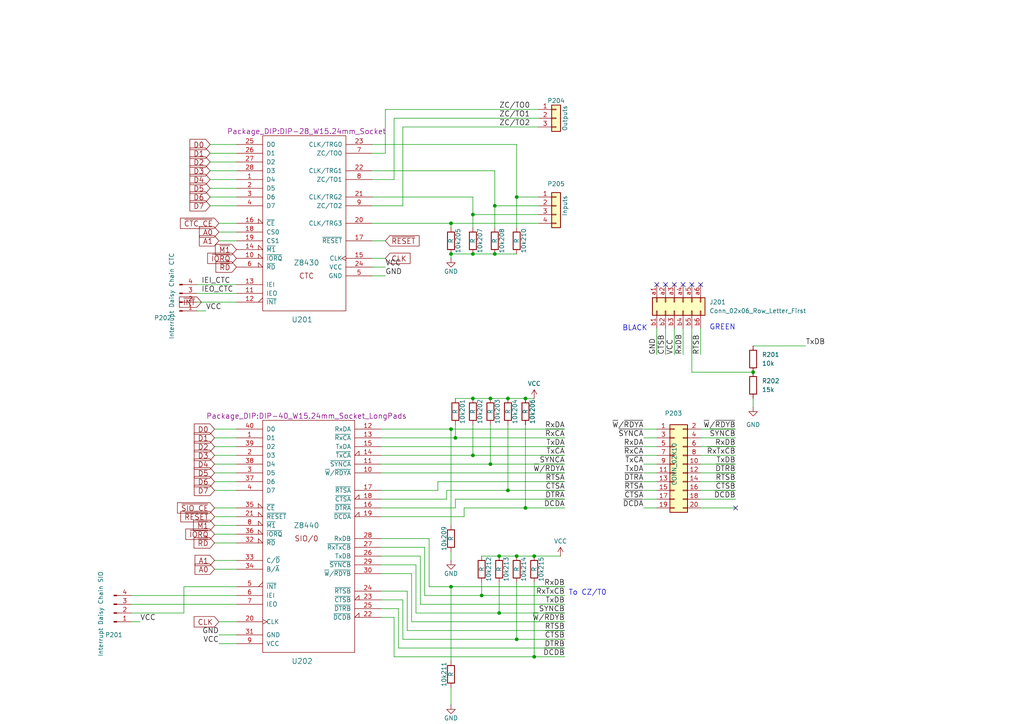
<source format=kicad_sch>
(kicad_sch (version 20250114) (generator "eeschema") (generator_version "9.0")
  (paper "A4")
  (lib_symbols
    (symbol "CONN_01X03_1" (pin_names (offset 1.016) (hide yes))
      (property "Reference" "P" (at 0 5.08 0))
      (property "Value" "CONN_01X03" (at 2.54 0 90))
      (symbol "CONN_01X03_1_1_1"
        (pin passive line (at -5.08 2.54 0) (length 3.81) (name "P1") (number "1"))
        (pin passive line (at -5.08 0 0) (length 3.81) (name "P2") (number "2"))
        (pin passive line (at -5.08 -2.54 0) (length 3.81) (name "P3") (number "3"))
      )
    )
    (symbol "CONN_01X04_1" (pin_names (offset 1.016) (hide yes))
      (property "Reference" "P" (at 0 6.35 0))
      (property "Value" "CONN_01X04" (at 2.54 0 90))
      (symbol "CONN_01X04_1_1_1"
        (pin passive line (at -5.08 3.81 0) (length 3.81) (name "P1") (number "1"))
        (pin passive line (at -5.08 1.27 0) (length 3.81) (name "P2") (number "2"))
        (pin passive line (at -5.08 -1.27 0) (length 3.81) (name "P3") (number "3"))
        (pin passive line (at -5.08 -3.81 0) (length 3.81) (name "P4") (number "4"))
      )
    )
    (symbol "CONN_01X04_2" (pin_names (offset 1.016) (hide yes))
      (property "Reference" "P" (at 0 6.35 0))
      (property "Value" "CONN_01X04" (at 2.54 0 90))
      (symbol "CONN_01X04_2_1_1"
        (pin passive line (at -5.08 3.81 0) (length 3.81) (name "P1") (number "1"))
        (pin passive line (at -5.08 1.27 0) (length 3.81) (name "P2") (number "2"))
        (pin passive line (at -5.08 -1.27 0) (length 3.81) (name "P3") (number "3"))
        (pin passive line (at -5.08 -3.81 0) (length 3.81) (name "P4") (number "4"))
      )
    )
    (symbol "CONN_01X04_3" (pin_names (offset 1.016) (hide yes))
      (property "Reference" "P" (at 0 6.35 0))
      (property "Value" "CONN_01X04" (at 2.54 0 90))
      (symbol "CONN_01X04_3_1_1"
        (pin passive line (at -5.08 3.81 0) (length 3.81) (name "P1") (number "1"))
        (pin passive line (at -5.08 1.27 0) (length 3.81) (name "P2") (number "2"))
        (pin passive line (at -5.08 -1.27 0) (length 3.81) (name "P3") (number "3"))
        (pin passive line (at -5.08 -3.81 0) (length 3.81) (name "P4") (number "4"))
      )
    )
    (symbol "CONN_02X10_1" (pin_names (offset 0.0254) (hide yes))
      (property "Reference" "P" (at 0 13.97 0))
      (property "Value" "CONN_02X10" (at 0 0 90))
      (symbol "CONN_02X10_1_1_1"
        (pin passive line (at -6.35 11.43 0) (length 3.81) (name "P1") (number "1"))
        (pin passive line (at -6.35 8.89 0) (length 3.81) (name "P3") (number "3"))
        (pin passive line (at -6.35 6.35 0) (length 3.81) (name "P5") (number "5"))
        (pin passive line (at -6.35 3.81 0) (length 3.81) (name "P7") (number "7"))
        (pin passive line (at -6.35 1.27 0) (length 3.81) (name "P9") (number "9"))
        (pin passive line (at -6.35 -1.27 0) (length 3.81) (name "P11") (number "11"))
        (pin passive line (at -6.35 -3.81 0) (length 3.81) (name "P13") (number "13"))
        (pin passive line (at -6.35 -6.35 0) (length 3.81) (name "P15") (number "15"))
        (pin passive line (at -6.35 -8.89 0) (length 3.81) (name "P17") (number "17"))
        (pin passive line (at -6.35 -11.43 0) (length 3.81) (name "P19") (number "19"))
        (pin passive line (at 6.35 11.43 180) (length 3.81) (name "P2") (number "2"))
        (pin passive line (at 6.35 8.89 180) (length 3.81) (name "P4") (number "4"))
        (pin passive line (at 6.35 6.35 180) (length 3.81) (name "P6") (number "6"))
        (pin passive line (at 6.35 3.81 180) (length 3.81) (name "P8") (number "8"))
        (pin passive line (at 6.35 1.27 180) (length 3.81) (name "P10") (number "10"))
        (pin passive line (at 6.35 -1.27 180) (length 3.81) (name "P12") (number "12"))
        (pin passive line (at 6.35 -3.81 180) (length 3.81) (name "P14") (number "14"))
        (pin passive line (at 6.35 -6.35 180) (length 3.81) (name "P16") (number "16"))
        (pin passive line (at 6.35 -8.89 180) (length 3.81) (name "P18") (number "18"))
        (pin passive line (at 6.35 -11.43 180) (length 3.81) (name "P20") (number "20"))
      )
    )
    (symbol "Connector:Conn_01x04_Pin" (pin_names (offset 1.016) (hide yes))
      (property "Reference" "J" (at 0 5.08 0))
      (property "Value" "Conn_01x04_Pin" (at 0 -7.62 0))
      (symbol "Conn_01x04_Pin_1_1"
        (pin passive line (at 5.08 2.54 180) (length 3.81) (name "Pin_1") (number "1"))
        (pin passive line (at 5.08 0 180) (length 3.81) (name "Pin_2") (number "2"))
        (pin passive line (at 5.08 -2.54 180) (length 3.81) (name "Pin_3") (number "3"))
        (pin passive line (at 5.08 -5.08 180) (length 3.81) (name "Pin_4") (number "4"))
      )
    )
    (symbol "Connector_Generic:Conn_01x03" (pin_names (offset 1.016) (hide yes))
      (property "Reference" "J" (at 0 5.08 0))
      (property "Value" "Conn_01x03" (at 0 -5.08 0))
      (symbol "Conn_01x03_1_1"
        (pin passive line (at -5.08 2.54 0) (length 3.81) (name "Pin_1") (number "1"))
        (pin passive line (at -5.08 0 0) (length 3.81) (name "Pin_2") (number "2"))
        (pin passive line (at -5.08 -2.54 0) (length 3.81) (name "Pin_3") (number "3"))
      )
    )
    (symbol "Connector_Generic:Conn_01x04" (pin_names (offset 1.016) (hide yes))
      (property "Reference" "J" (at 0 5.08 0))
      (property "Value" "Conn_01x04" (at 0 -7.62 0))
      (symbol "Conn_01x04_1_1"
        (pin passive line (at -5.08 2.54 0) (length 3.81) (name "Pin_1") (number "1"))
        (pin passive line (at -5.08 0 0) (length 3.81) (name "Pin_2") (number "2"))
        (pin passive line (at -5.08 -2.54 0) (length 3.81) (name "Pin_3") (number "3"))
        (pin passive line (at -5.08 -5.08 0) (length 3.81) (name "Pin_4") (number "4"))
      )
    )
    (symbol "Connector_Generic:Conn_02x06_Row_Letter_First" (pin_names (offset 1.016) (hide yes))
      (property "Reference" "J" (at 1.27 7.62 0))
      (property "Value" "Conn_02x06_Row_Letter_First" (at 1.27 -10.16 0))
      (symbol "Conn_02x06_Row_Letter_First_1_1"
        (pin passive line (at -5.08 5.08 0) (length 3.81) (name "Pin_a1") (number "a1"))
        (pin passive line (at -5.08 2.54 0) (length 3.81) (name "Pin_a2") (number "a2"))
        (pin passive line (at -5.08 0 0) (length 3.81) (name "Pin_a3") (number "a3"))
        (pin passive line (at -5.08 -2.54 0) (length 3.81) (name "Pin_a4") (number "a4"))
        (pin passive line (at -5.08 -5.08 0) (length 3.81) (name "Pin_a5") (number "a5"))
        (pin passive line (at -5.08 -7.62 0) (length 3.81) (name "Pin_a6") (number "a6"))
        (pin passive line (at 7.62 5.08 180) (length 3.81) (name "Pin_b1") (number "b1"))
        (pin passive line (at 7.62 2.54 180) (length 3.81) (name "Pin_b2") (number "b2"))
        (pin passive line (at 7.62 0 180) (length 3.81) (name "Pin_b3") (number "b3"))
        (pin passive line (at 7.62 -2.54 180) (length 3.81) (name "Pin_b4") (number "b4"))
        (pin passive line (at 7.62 -5.08 180) (length 3.81) (name "Pin_b5") (number "b5"))
        (pin passive line (at 7.62 -7.62 180) (length 3.81) (name "Pin_b6") (number "b6"))
      )
    )
    (symbol "Connector_Generic:Conn_02x10_Odd_Even" (pin_names (offset 1.016) (hide yes))
      (property "Reference" "J" (at 1.27 12.7 0))
      (property "Value" "Conn_02x10_Odd_Even" (at 1.27 -15.24 0))
      (symbol "Conn_02x10_Odd_Even_1_1"
        (pin passive line (at -5.08 10.16 0) (length 3.81) (name "Pin_1") (number "1"))
        (pin passive line (at -5.08 7.62 0) (length 3.81) (name "Pin_3") (number "3"))
        (pin passive line (at -5.08 5.08 0) (length 3.81) (name "Pin_5") (number "5"))
        (pin passive line (at -5.08 2.54 0) (length 3.81) (name "Pin_7") (number "7"))
        (pin passive line (at -5.08 0 0) (length 3.81) (name "Pin_9") (number "9"))
        (pin passive line (at -5.08 -2.54 0) (length 3.81) (name "Pin_11") (number "11"))
        (pin passive line (at -5.08 -5.08 0) (length 3.81) (name "Pin_13") (number "13"))
        (pin passive line (at -5.08 -7.62 0) (length 3.81) (name "Pin_15") (number "15"))
        (pin passive line (at -5.08 -10.16 0) (length 3.81) (name "Pin_17") (number "17"))
        (pin passive line (at -5.08 -12.7 0) (length 3.81) (name "Pin_19") (number "19"))
        (pin passive line (at 7.62 10.16 180) (length 3.81) (name "Pin_2") (number "2"))
        (pin passive line (at 7.62 7.62 180) (length 3.81) (name "Pin_4") (number "4"))
        (pin passive line (at 7.62 5.08 180) (length 3.81) (name "Pin_6") (number "6"))
        (pin passive line (at 7.62 2.54 180) (length 3.81) (name "Pin_8") (number "8"))
        (pin passive line (at 7.62 0 180) (length 3.81) (name "Pin_10") (number "10"))
        (pin passive line (at 7.62 -2.54 180) (length 3.81) (name "Pin_12") (number "12"))
        (pin passive line (at 7.62 -5.08 180) (length 3.81) (name "Pin_14") (number "14"))
        (pin passive line (at 7.62 -7.62 180) (length 3.81) (name "Pin_16") (number "16"))
        (pin passive line (at 7.62 -10.16 180) (length 3.81) (name "Pin_18") (number "18"))
        (pin passive line (at 7.62 -12.7 180) (length 3.81) (name "Pin_20") (number "20"))
      )
    )
    (symbol "Device:R" (pin_numbers (hide yes)) (pin_names (offset 0))
      (property "Reference" "R" (at 2.032 0 90))
      (property "Value" "R" (at 0 0 90))
      (symbol "R_1_1"
        (pin passive line (at 0 3.81 270) (length 1.27) (name "~") (number "1"))
        (pin passive line (at 0 -3.81 90) (length 1.27) (name "~") (number "2"))
      )
    )
    (symbol "GND_1" (power) (pin_names (offset 0))
      (property "Value" "GND" (at 0 -3.81 0))
      (symbol "GND_1_1_1"
        (pin power_in line (at 0 0 270) (length 0) (hide yes) (name "GND") (number "1"))
      )
    )
    (symbol "GND_2" (power) (pin_names (offset 0))
      (property "Value" "GND" (at 0 -3.81 0))
      (symbol "GND_2_1_1"
        (pin power_in line (at 0 0 270) (length 0) (hide yes) (name "GND") (number "1"))
      )
    )
    (symbol "R_1" (pin_numbers (hide yes)) (pin_names (offset 0))
      (property "Reference" "R" (at 2.032 0 90))
      (property "Value" "R" (at 0 0 90))
      (symbol "R_1_1_1"
        (pin passive line (at 0 3.81 270) (length 1.27) (name "~") (number "1"))
        (pin passive line (at 0 -3.81 90) (length 1.27) (name "~") (number "2"))
      )
    )
    (symbol "R_10" (pin_numbers (hide yes)) (pin_names (offset 0))
      (property "Reference" "R" (at 2.032 0 90))
      (property "Value" "R" (at 0 0 90))
      (symbol "R_10_1_1"
        (pin passive line (at 0 3.81 270) (length 1.27) (name "~") (number "1"))
        (pin passive line (at 0 -3.81 90) (length 1.27) (name "~") (number "2"))
      )
    )
    (symbol "R_2" (pin_numbers (hide yes)) (pin_names (offset 0))
      (property "Reference" "R" (at 2.032 0 90))
      (property "Value" "R" (at 0 0 90))
      (symbol "R_2_1_1"
        (pin passive line (at 0 3.81 270) (length 1.27) (name "~") (number "1"))
        (pin passive line (at 0 -3.81 90) (length 1.27) (name "~") (number "2"))
      )
    )
    (symbol "R_3" (pin_numbers (hide yes)) (pin_names (offset 0))
      (property "Reference" "R" (at 2.032 0 90))
      (property "Value" "R" (at 0 0 90))
      (symbol "R_3_1_1"
        (pin passive line (at 0 3.81 270) (length 1.27) (name "~") (number "1"))
        (pin passive line (at 0 -3.81 90) (length 1.27) (name "~") (number "2"))
      )
    )
    (symbol "R_4" (pin_numbers (hide yes)) (pin_names (offset 0))
      (property "Reference" "R" (at 2.032 0 90))
      (property "Value" "R" (at 0 0 90))
      (symbol "R_4_1_1"
        (pin passive line (at 0 3.81 270) (length 1.27) (name "~") (number "1"))
        (pin passive line (at 0 -3.81 90) (length 1.27) (name "~") (number "2"))
      )
    )
    (symbol "R_5" (pin_numbers (hide yes)) (pin_names (offset 0))
      (property "Reference" "R" (at 2.032 0 90))
      (property "Value" "R" (at 0 0 90))
      (symbol "R_5_1_1"
        (pin passive line (at 0 3.81 270) (length 1.27) (name "~") (number "1"))
        (pin passive line (at 0 -3.81 90) (length 1.27) (name "~") (number "2"))
      )
    )
    (symbol "R_6" (pin_numbers (hide yes)) (pin_names (offset 0))
      (property "Reference" "R" (at 2.032 0 90))
      (property "Value" "R" (at 0 0 90))
      (symbol "R_6_1_1"
        (pin passive line (at 0 3.81 270) (length 1.27) (name "~") (number "1"))
        (pin passive line (at 0 -3.81 90) (length 1.27) (name "~") (number "2"))
      )
    )
    (symbol "R_7" (pin_numbers (hide yes)) (pin_names (offset 0))
      (property "Reference" "R" (at 2.032 0 90))
      (property "Value" "R" (at 0 0 90))
      (symbol "R_7_1_1"
        (pin passive line (at 0 3.81 270) (length 1.27) (name "~") (number "1"))
        (pin passive line (at 0 -3.81 90) (length 1.27) (name "~") (number "2"))
      )
    )
    (symbol "R_8" (pin_numbers (hide yes)) (pin_names (offset 0))
      (property "Reference" "R" (at 2.032 0 90))
      (property "Value" "R" (at 0 0 90))
      (symbol "R_8_1_1"
        (pin passive line (at 0 3.81 270) (length 1.27) (name "~") (number "1"))
        (pin passive line (at 0 -3.81 90) (length 1.27) (name "~") (number "2"))
      )
    )
    (symbol "R_9" (pin_numbers (hide yes)) (pin_names (offset 0))
      (property "Reference" "R" (at 2.032 0 90))
      (property "Value" "R" (at 0 0 90))
      (symbol "R_9_1_1"
        (pin passive line (at 0 3.81 270) (length 1.27) (name "~") (number "1"))
        (pin passive line (at 0 -3.81 90) (length 1.27) (name "~") (number "2"))
      )
    )
    (symbol "VCC_1" (power) (pin_names (offset 0))
      (property "Value" "VCC" (at 0 3.81 0))
      (symbol "VCC_1_1_1"
        (pin power_in line (at 0 0 90) (length 0) (hide yes) (name "VCC") (number "1"))
      )
    )
    (symbol "Z8430_1" (pin_names (offset 1.016))
      (property "Reference" "U" (at -1.27 -20.32 0))
      (property "Value" "Z8430" (at 0 -3.81 0))
      (property "Footprint" "DIP-28__600_ELL" (at 0 34.29 0))
      (symbol "Z8430_1_0_0"
        (text "CTC" (at 0 -7.62 0) (effects (font (size 1.524 1.524))))
      )
      (symbol "Z8430_1_1_1"
        (pin bidirectional line (at -20.32 30.48 0) (length 7.62) (name "D0") (number "25"))
        (pin bidirectional line (at -20.32 27.94 0) (length 7.62) (name "D1") (number "26"))
        (pin bidirectional line (at -20.32 25.4 0) (length 7.62) (name "D2") (number "27"))
        (pin bidirectional line (at -20.32 22.86 0) (length 7.62) (name "D3") (number "28"))
        (pin bidirectional line (at -20.32 20.32 0) (length 7.62) (name "D4") (number "1"))
        (pin bidirectional line (at -20.32 17.78 0) (length 7.62) (name "D5") (number "2"))
        (pin bidirectional line (at -20.32 15.24 0) (length 7.62) (name "D6") (number "3"))
        (pin bidirectional line (at -20.32 12.7 0) (length 7.62) (name "D7") (number "4"))
        (pin input input_low (at -20.32 7.62 0) (length 7.62) (name "~{CE}") (number "16"))
        (pin input line (at -20.32 5.08 0) (length 7.62) (name "CS0") (number "18"))
        (pin input line (at -20.32 2.54 0) (length 7.62) (name "CS1") (number "19"))
        (pin input input_low (at -20.32 0 0) (length 7.62) (name "~{M1}") (number "14"))
        (pin input input_low (at -20.32 -2.54 0) (length 7.62) (name "~{IORQ}") (number "10"))
        (pin input input_low (at -20.32 -5.08 0) (length 7.62) (name "~{RD}") (number "6"))
        (pin input line (at -20.32 -10.16 0) (length 7.62) (name "IEI") (number "13"))
        (pin output line (at -20.32 -12.7 0) (length 7.62) (name "IEO") (number "11"))
        (pin output output_low (at -20.32 -15.24 0) (length 7.62) (name "~{INT}") (number "12"))
        (pin input line (at 19.05 30.48 180) (length 7.62) (name "CLK/TRG0") (number "23"))
        (pin output line (at 19.05 27.94 180) (length 7.62) (name "ZC/TO0") (number "7"))
        (pin input line (at 19.05 22.86 180) (length 7.62) (name "CLK/TRG1") (number "22"))
        (pin output line (at 19.05 20.32 180) (length 7.62) (name "ZC/TO1") (number "8"))
        (pin input line (at 19.05 15.24 180) (length 7.62) (name "CLK/TRG2") (number "21"))
        (pin output line (at 19.05 12.7 180) (length 7.62) (name "ZC/TO2") (number "9"))
        (pin input line (at 19.05 7.62 180) (length 7.62) (name "CLK/TRG3") (number "20"))
        (pin input line (at 19.05 2.54 180) (length 7.62) (name "~{RESET}") (number "17"))
        (pin input clock (at 19.05 -2.54 180) (length 7.62) (name "CLK") (number "15"))
        (pin power_in line (at 19.05 -5.08 180) (length 7.62) (name "VCC") (number "24"))
        (pin power_in line (at 19.05 -7.62 180) (length 7.62) (name "GND") (number "5"))
      )
    )
    (symbol "Z8440_1" (pin_names (offset 1.016))
      (property "Reference" "U" (at -1.27 -36.83 0))
      (property "Value" "Z8440" (at 0 2.54 0))
      (property "Footprint" "DIP-40__600_ELL" (at 0 34.29 0))
      (symbol "Z8440_1_0_0"
        (text "SIO/0" (at 0 -1.27 0) (effects (font (size 1.524 1.524))))
      )
      (symbol "Z8440_1_1_1"
        (pin bidirectional line (at -20.32 30.48 0) (length 7.62) (name "D0") (number "40"))
        (pin bidirectional line (at -20.32 27.94 0) (length 7.62) (name "D1") (number "1"))
        (pin bidirectional line (at -20.32 25.4 0) (length 7.62) (name "D2") (number "39"))
        (pin bidirectional line (at -20.32 22.86 0) (length 7.62) (name "D3") (number "2"))
        (pin bidirectional line (at -20.32 20.32 0) (length 7.62) (name "D4") (number "38"))
        (pin bidirectional line (at -20.32 17.78 0) (length 7.62) (name "D5") (number "3"))
        (pin bidirectional line (at -20.32 15.24 0) (length 7.62) (name "D6") (number "37"))
        (pin bidirectional line (at -20.32 12.7 0) (length 7.62) (name "D7") (number "4"))
        (pin input input_low (at -20.32 7.62 0) (length 7.62) (name "~{CE}") (number "35"))
        (pin input input_low (at -20.32 5.08 0) (length 7.62) (name "~{RESET}") (number "21"))
        (pin input input_low (at -20.32 2.54 0) (length 7.62) (name "~{M1}") (number "8"))
        (pin input input_low (at -20.32 0 0) (length 7.62) (name "~{IORQ}") (number "36"))
        (pin input input_low (at -20.32 -2.54 0) (length 7.62) (name "~{RD}") (number "32"))
        (pin input line (at -20.32 -7.62 0) (length 7.62) (name "C/~{D}") (number "33"))
        (pin input line (at -20.32 -10.16 0) (length 7.62) (name "B/~{A}") (number "34"))
        (pin output output_low (at -20.32 -15.24 0) (length 7.62) (name "~{INT}") (number "5"))
        (pin input line (at -20.32 -17.78 0) (length 7.62) (name "IEI") (number "6"))
        (pin output line (at -20.32 -20.32 0) (length 7.62) (name "IEO") (number "7"))
        (pin input clock (at -20.32 -25.4 0) (length 7.62) (name "CLK") (number "20"))
        (pin power_in line (at -20.32 -29.21 0) (length 7.62) (name "GND") (number "31"))
        (pin power_in line (at -20.32 -31.75 0) (length 7.62) (name "VCC") (number "9"))
        (pin input line (at 21.59 30.48 180) (length 7.62) (name "RxDA") (number "12"))
        (pin input line (at 21.59 27.94 180) (length 7.62) (name "~{RxCA}") (number "13"))
        (pin output line (at 21.59 25.4 180) (length 7.62) (name "TxDA") (number "15"))
        (pin input input_low (at 21.59 22.86 180) (length 7.62) (name "~{TxCA}") (number "14"))
        (pin bidirectional line (at 21.59 20.32 180) (length 7.62) (name "~{SYNCA}") (number "11"))
        (pin output line (at 21.59 17.78 180) (length 7.62) (name "~{W}/~{RDYA}") (number "10"))
        (pin output line (at 21.59 12.7 180) (length 7.62) (name "~{RTSA}") (number "17"))
        (pin input input_low (at 21.59 10.16 180) (length 7.62) (name "~{CTSA}") (number "18"))
        (pin output line (at 21.59 7.62 180) (length 7.62) (name "~{DTRA}") (number "16"))
        (pin input input_low (at 21.59 5.08 180) (length 7.62) (name "~{DCDA}") (number "19"))
        (pin input line (at 21.59 -1.27 180) (length 7.62) (name "RxDB") (number "28"))
        (pin input line (at 21.59 -3.81 180) (length 7.62) (name "~{RxTxCB}") (number "27"))
        (pin output line (at 21.59 -6.35 180) (length 7.62) (name "TxDB") (number "26"))
        (pin bidirectional line (at 21.59 -8.89 180) (length 7.62) (name "~{SYNCB}") (number "29"))
        (pin output line (at 21.59 -11.43 180) (length 7.62) (name "~{W}/~{RDYB}") (number "30"))
        (pin output line (at 21.59 -16.51 180) (length 7.62) (name "~{RTSB}") (number "24"))
        (pin input input_low (at 21.59 -19.05 180) (length 7.62) (name "~{CTSB}") (number "23"))
        (pin output line (at 21.59 -21.59 180) (length 7.62) (name "~{DTRB}") (number "25"))
        (pin input input_low (at 21.59 -24.13 180) (length 7.62) (name "~{DCDB}") (number "22"))
      )
    )
    (symbol "power:GND" (power) (pin_numbers (hide yes)) (pin_names (offset 0) (hide yes))
      (property "Value" "GND" (at 0 -3.81 0))
      (symbol "GND_1_1"
        (pin power_in line (at 0 0 270) (length 0) (name "~") (number "1"))
      )
    )
    (symbol "power:VCC" (power) (pin_numbers (hide yes)) (pin_names (offset 0) (hide yes))
      (property "Value" "VCC" (at 0 3.556 0))
      (symbol "VCC_1_1"
        (pin power_in line (at 0 0 90) (length 0) (name "~") (number "1"))
      )
    )
    (symbol "z80-ownSymbols:Z8430" (pin_names (offset 1.016))
      (property "Reference" "U" (at -1.27 -20.32 0))
      (property "Value" "Z8430" (at 0 -3.81 0))
      (property "Footprint" "DIP-28__600_ELL" (at 0 34.29 0))
      (symbol "Z8430_0_0"
        (text "CTC" (at 0 -7.62 0) (effects (font (size 1.524 1.524))))
      )
      (symbol "Z8430_1_1"
        (pin bidirectional line (at -20.32 30.48 0) (length 7.62) (name "D0") (number "25"))
        (pin bidirectional line (at -20.32 27.94 0) (length 7.62) (name "D1") (number "26"))
        (pin bidirectional line (at -20.32 25.4 0) (length 7.62) (name "D2") (number "27"))
        (pin bidirectional line (at -20.32 22.86 0) (length 7.62) (name "D3") (number "28"))
        (pin bidirectional line (at -20.32 20.32 0) (length 7.62) (name "D4") (number "1"))
        (pin bidirectional line (at -20.32 17.78 0) (length 7.62) (name "D5") (number "2"))
        (pin bidirectional line (at -20.32 15.24 0) (length 7.62) (name "D6") (number "3"))
        (pin bidirectional line (at -20.32 12.7 0) (length 7.62) (name "D7") (number "4"))
        (pin input input_low (at -20.32 7.62 0) (length 7.62) (name "~{CE}") (number "16"))
        (pin input line (at -20.32 5.08 0) (length 7.62) (name "CS0") (number "18"))
        (pin input line (at -20.32 2.54 0) (length 7.62) (name "CS1") (number "19"))
        (pin input input_low (at -20.32 0 0) (length 7.62) (name "~{M1}") (number "14"))
        (pin input input_low (at -20.32 -2.54 0) (length 7.62) (name "~{IORQ}") (number "10"))
        (pin input input_low (at -20.32 -5.08 0) (length 7.62) (name "~{RD}") (number "6"))
        (pin input line (at -20.32 -10.16 0) (length 7.62) (name "IEI") (number "13"))
        (pin output line (at -20.32 -12.7 0) (length 7.62) (name "IEO") (number "11"))
        (pin open_collector output_low (at -20.32 -15.24 0) (length 7.62) (name "~{INT}") (number "12"))
        (pin input line (at 19.05 30.48 180) (length 7.62) (name "CLK/TRG0") (number "23"))
        (pin output line (at 19.05 27.94 180) (length 7.62) (name "ZC/TO0") (number "7"))
        (pin input line (at 19.05 22.86 180) (length 7.62) (name "CLK/TRG1") (number "22"))
        (pin output line (at 19.05 20.32 180) (length 7.62) (name "ZC/TO1") (number "8"))
        (pin input line (at 19.05 15.24 180) (length 7.62) (name "CLK/TRG2") (number "21"))
        (pin output line (at 19.05 12.7 180) (length 7.62) (name "ZC/TO2") (number "9"))
        (pin input line (at 19.05 7.62 180) (length 7.62) (name "CLK/TRG3") (number "20"))
        (pin input line (at 19.05 2.54 180) (length 7.62) (name "~{RESET}") (number "17"))
        (pin input clock (at 19.05 -2.54 180) (length 7.62) (name "CLK") (number "15"))
        (pin power_in line (at 19.05 -5.08 180) (length 7.62) (name "VCC") (number "24"))
        (pin power_in line (at 19.05 -7.62 180) (length 7.62) (name "GND") (number "5"))
      )
    )
    (symbol "z80-ownSymbols:Z8440" (pin_names (offset 1.016))
      (property "Reference" "U" (at -1.27 -36.83 0))
      (property "Value" "Z8440" (at 0 2.54 0))
      (property "Footprint" "DIP-40__600_ELL" (at 0 34.29 0))
      (symbol "Z8440_0_0"
        (text "SIO/0" (at 0 -1.27 0) (effects (font (size 1.524 1.524))))
      )
      (symbol "Z8440_1_1"
        (pin bidirectional line (at -20.32 30.48 0) (length 7.62) (name "D0") (number "40"))
        (pin bidirectional line (at -20.32 27.94 0) (length 7.62) (name "D1") (number "1"))
        (pin bidirectional line (at -20.32 25.4 0) (length 7.62) (name "D2") (number "39"))
        (pin bidirectional line (at -20.32 22.86 0) (length 7.62) (name "D3") (number "2"))
        (pin bidirectional line (at -20.32 20.32 0) (length 7.62) (name "D4") (number "38"))
        (pin bidirectional line (at -20.32 17.78 0) (length 7.62) (name "D5") (number "3"))
        (pin bidirectional line (at -20.32 15.24 0) (length 7.62) (name "D6") (number "37"))
        (pin bidirectional line (at -20.32 12.7 0) (length 7.62) (name "D7") (number "4"))
        (pin input input_low (at -20.32 7.62 0) (length 7.62) (name "~{CE}") (number "35"))
        (pin input input_low (at -20.32 5.08 0) (length 7.62) (name "~{RESET}") (number "21"))
        (pin input input_low (at -20.32 2.54 0) (length 7.62) (name "~{M1}") (number "8"))
        (pin input input_low (at -20.32 0 0) (length 7.62) (name "~{IORQ}") (number "36"))
        (pin input input_low (at -20.32 -2.54 0) (length 7.62) (name "~{RD}") (number "32"))
        (pin input line (at -20.32 -7.62 0) (length 7.62) (name "C/~{D}") (number "33"))
        (pin input line (at -20.32 -10.16 0) (length 7.62) (name "B/~{A}") (number "34"))
        (pin open_collector output_low (at -20.32 -15.24 0) (length 7.62) (name "~{INT}") (number "5"))
        (pin input line (at -20.32 -17.78 0) (length 7.62) (name "IEI") (number "6"))
        (pin output line (at -20.32 -20.32 0) (length 7.62) (name "IEO") (number "7"))
        (pin input clock (at -20.32 -25.4 0) (length 7.62) (name "CLK") (number "20"))
        (pin power_in line (at -20.32 -29.21 0) (length 7.62) (name "GND") (number "31"))
        (pin power_in line (at -20.32 -31.75 0) (length 7.62) (name "VCC") (number "9"))
        (pin input line (at 21.59 30.48 180) (length 7.62) (name "RxDA") (number "12"))
        (pin input line (at 21.59 27.94 180) (length 7.62) (name "~{RxCA}") (number "13"))
        (pin output line (at 21.59 25.4 180) (length 7.62) (name "TxDA") (number "15"))
        (pin input input_low (at 21.59 22.86 180) (length 7.62) (name "~{TxCA}") (number "14"))
        (pin bidirectional line (at 21.59 20.32 180) (length 7.62) (name "~{SYNCA}") (number "11"))
        (pin output line (at 21.59 17.78 180) (length 7.62) (name "~{W}/~{RDYA}") (number "10"))
        (pin output line (at 21.59 12.7 180) (length 7.62) (name "~{RTSA}") (number "17"))
        (pin input input_low (at 21.59 10.16 180) (length 7.62) (name "~{CTSA}") (number "18"))
        (pin output line (at 21.59 7.62 180) (length 7.62) (name "~{DTRA}") (number "16"))
        (pin input input_low (at 21.59 5.08 180) (length 7.62) (name "~{DCDA}") (number "19"))
        (pin input line (at 21.59 -1.27 180) (length 7.62) (name "RxDB") (number "28"))
        (pin input line (at 21.59 -3.81 180) (length 7.62) (name "~{RxTxCB}") (number "27"))
        (pin output line (at 21.59 -6.35 180) (length 7.62) (name "TxDB") (number "26"))
        (pin bidirectional line (at 21.59 -8.89 180) (length 7.62) (name "~{SYNCB}") (number "29"))
        (pin output line (at 21.59 -11.43 180) (length 7.62) (name "~{W}/~{RDYB}") (number "30"))
        (pin output line (at 21.59 -16.51 180) (length 7.62) (name "~{RTSB}") (number "24"))
        (pin input input_low (at 21.59 -19.05 180) (length 7.62) (name "~{CTSB}") (number "23"))
        (pin output line (at 21.59 -21.59 180) (length 7.62) (name "~{DTRB}") (number "25"))
        (pin input input_low (at 21.59 -24.13 180) (length 7.62) (name "~{DCDB}") (number "22"))
      )
    )
  )
  (text "BLACK" (at 184.15 95.25 0) (effects (font (size 1.524 1.524))))
  (text "To CZ/T0" (at 170.434 171.958 0) (effects (font (size 1.524 1.524))))
  (text "GREEN" (at 209.55 94.996 0) (effects (font (size 1.524 1.524))))
  (junction (at 149.86 185.42))
  (junction (at 137.16 73.66))
  (junction (at 130.81 73.66))
  (junction (at 142.24 134.62))
  (junction (at 147.32 142.24))
  (junction (at 147.32 115.57))
  (junction (at 130.81 64.77))
  (junction (at 218.44 107.95))
  (junction (at 143.51 73.66))
  (junction (at 144.78 161.29))
  (junction (at 143.51 59.69))
  (junction (at 154.94 190.5))
  (junction (at 132.08 127))
  (junction (at 142.24 115.57))
  (junction (at 149.86 161.29))
  (junction (at 130.81 170.18))
  (junction (at 137.16 62.23))
  (junction (at 130.81 124.46))
  (junction (at 149.86 57.15))
  (junction (at 152.4 147.32))
  (junction (at 144.78 177.8))
  (junction (at 152.4 115.57))
  (junction (at 139.7 172.72))
  (junction (at 137.16 132.08))
  (junction (at 154.94 161.29))
  (junction (at 137.16 115.57))
  (no_connect (at 203.2 82.55))
  (no_connect (at 213.36 147.32))
  (no_connect (at 195.58 82.55))
  (no_connect (at 193.04 82.55))
  (no_connect (at 200.66 82.55))
  (no_connect (at 198.12 82.55))
  (no_connect (at 190.5 82.55))
  (wire (pts (xy 130.81 64.77) (xy 130.81 66.04)))
  (wire (pts (xy 62.23 139.7) (xy 68.58 139.7)))
  (wire (pts (xy 110.49 166.37) (xy 119.38 166.37)))
  (wire (pts (xy 186.69 129.54) (xy 190.5 129.54)))
  (wire (pts (xy 186.69 132.08) (xy 190.5 132.08)))
  (wire (pts (xy 62.23 154.94) (xy 68.58 154.94)))
  (wire (pts (xy 137.16 132.08) (xy 137.16 123.19)))
  (wire (pts (xy 203.2 132.08) (xy 213.36 132.08)))
  (wire (pts (xy 120.65 163.83) (xy 120.65 177.8)))
  (wire (pts (xy 190.5 95.25) (xy 190.5 102.87)))
  (wire (pts (xy 130.81 74.93) (xy 130.81 73.66)))
  (wire (pts (xy 143.51 59.69) (xy 156.21 59.69)))
  (wire (pts (xy 60.96 52.07) (xy 68.58 52.07)))
  (wire (pts (xy 53.34 170.18) (xy 53.34 177.8)))
  (wire (pts (xy 63.5 186.69) (xy 68.58 186.69)))
  (wire (pts (xy 110.49 124.46) (xy 130.81 124.46)))
  (wire (pts (xy 139.7 172.72) (xy 163.83 172.72)))
  (wire (pts (xy 62.23 134.62) (xy 68.58 134.62)))
  (wire (pts (xy 53.34 177.8) (xy 38.1 177.8)))
  (wire (pts (xy 132.08 147.32) (xy 132.08 144.78)))
  (wire (pts (xy 60.96 46.99) (xy 68.58 46.99)))
  (wire (pts (xy 110.49 149.86) (xy 134.62 149.86)))
  (wire (pts (xy 40.64 180.34) (xy 38.1 180.34)))
  (wire (pts (xy 130.81 124.46) (xy 163.83 124.46)))
  (wire (pts (xy 110.49 137.16) (xy 163.83 137.16)))
  (wire (pts (xy 110.49 132.08) (xy 137.16 132.08)))
  (wire (pts (xy 110.49 179.07) (xy 114.3 179.07)))
  (wire (pts (xy 142.24 134.62) (xy 163.83 134.62)))
  (wire (pts (xy 68.58 175.26) (xy 38.1 175.26)))
  (wire (pts (xy 129.54 144.78) (xy 129.54 142.24)))
  (wire (pts (xy 137.16 57.15) (xy 137.16 62.23)))
  (wire (pts (xy 60.96 41.91) (xy 68.58 41.91)))
  (wire (pts (xy 110.49 171.45) (xy 118.11 171.45)))
  (wire (pts (xy 107.95 77.47) (xy 111.76 77.47)))
  (wire (pts (xy 62.23 142.24) (xy 68.58 142.24)))
  (wire (pts (xy 124.46 170.18) (xy 130.81 170.18)))
  (wire (pts (xy 154.94 190.5) (xy 163.83 190.5)))
  (wire (pts (xy 142.24 134.62) (xy 142.24 123.19)))
  (wire (pts (xy 115.57 176.53) (xy 115.57 187.96)))
  (wire (pts (xy 110.49 156.21) (xy 124.46 156.21)))
  (wire (pts (xy 121.92 161.29) (xy 121.92 175.26)))
  (wire (pts (xy 186.69 139.7) (xy 190.5 139.7)))
  (wire (pts (xy 110.49 158.75) (xy 123.19 158.75)))
  (wire (pts (xy 149.86 41.91) (xy 149.86 57.15)))
  (wire (pts (xy 62.23 129.54) (xy 68.58 129.54)))
  (wire (pts (xy 139.7 168.91) (xy 139.7 172.72)))
  (wire (pts (xy 143.51 49.53) (xy 143.51 59.69)))
  (wire (pts (xy 149.86 185.42) (xy 163.83 185.42)))
  (wire (pts (xy 110.49 134.62) (xy 142.24 134.62)))
  (wire (pts (xy 186.69 127) (xy 190.5 127)))
  (wire (pts (xy 152.4 147.32) (xy 163.83 147.32)))
  (wire (pts (xy 134.62 149.86) (xy 134.62 147.32)))
  (wire (pts (xy 60.96 44.45) (xy 68.58 44.45)))
  (wire (pts (xy 107.95 52.07) (xy 114.3 52.07)))
  (wire (pts (xy 186.69 144.78) (xy 190.5 144.78)))
  (wire (pts (xy 62.23 157.48) (xy 68.58 157.48)))
  (wire (pts (xy 118.11 182.88) (xy 163.83 182.88)))
  (wire (pts (xy 57.15 85.09) (xy 68.58 85.09)))
  (wire (pts (xy 57.15 87.63) (xy 68.58 87.63)))
  (wire (pts (xy 186.69 147.32) (xy 190.5 147.32)))
  (wire (pts (xy 152.4 115.57) (xy 154.94 115.57)))
  (wire (pts (xy 156.21 62.23) (xy 137.16 62.23)))
  (wire (pts (xy 63.5 69.85) (xy 68.58 69.85)))
  (wire (pts (xy 200.66 95.25) (xy 200.66 107.95)))
  (wire (pts (xy 114.3 179.07) (xy 114.3 190.5)))
  (wire (pts (xy 186.69 124.46) (xy 190.5 124.46)))
  (wire (pts (xy 137.16 62.23) (xy 137.16 66.04)))
  (wire (pts (xy 116.84 59.69) (xy 116.84 36.83)))
  (wire (pts (xy 193.04 95.25) (xy 193.04 102.87)))
  (wire (pts (xy 200.66 107.95) (xy 218.44 107.95)))
  (wire (pts (xy 203.2 124.46) (xy 213.36 124.46)))
  (wire (pts (xy 137.16 73.66) (xy 143.51 73.66)))
  (wire (pts (xy 110.49 176.53) (xy 115.57 176.53)))
  (wire (pts (xy 144.78 161.29) (xy 149.86 161.29)))
  (wire (pts (xy 149.86 57.15) (xy 156.21 57.15)))
  (wire (pts (xy 149.86 161.29) (xy 154.94 161.29)))
  (wire (pts (xy 110.49 147.32) (xy 132.08 147.32)))
  (wire (pts (xy 143.51 59.69) (xy 143.51 66.04)))
  (wire (pts (xy 63.5 67.31) (xy 68.58 67.31)))
  (wire (pts (xy 142.24 115.57) (xy 147.32 115.57)))
  (wire (pts (xy 120.65 177.8) (xy 144.78 177.8)))
  (wire (pts (xy 134.62 147.32) (xy 152.4 147.32)))
  (wire (pts (xy 130.81 64.77) (xy 156.21 64.77)))
  (wire (pts (xy 127 139.7) (xy 163.83 139.7)))
  (wire (pts (xy 68.58 170.18) (xy 53.34 170.18)))
  (wire (pts (xy 62.23 147.32) (xy 68.58 147.32)))
  (wire (pts (xy 121.92 175.26) (xy 163.83 175.26)))
  (wire (pts (xy 123.19 158.75) (xy 123.19 172.72)))
  (wire (pts (xy 110.49 163.83) (xy 120.65 163.83)))
  (wire (pts (xy 119.38 166.37) (xy 119.38 180.34)))
  (wire (pts (xy 149.86 168.91) (xy 149.86 185.42)))
  (wire (pts (xy 186.69 142.24) (xy 190.5 142.24)))
  (wire (pts (xy 132.08 127) (xy 163.83 127)))
  (wire (pts (xy 116.84 185.42) (xy 149.86 185.42)))
  (wire (pts (xy 130.81 191.77) (xy 130.81 170.18)))
  (wire (pts (xy 107.95 64.77) (xy 130.81 64.77)))
  (wire (pts (xy 198.12 95.25) (xy 198.12 102.87)))
  (wire (pts (xy 68.58 172.72) (xy 38.1 172.72)))
  (wire (pts (xy 68.58 64.77) (xy 63.5 64.77)))
  (wire (pts (xy 110.49 161.29) (xy 121.92 161.29)))
  (wire (pts (xy 137.16 132.08) (xy 163.83 132.08)))
  (wire (pts (xy 110.49 129.54) (xy 163.83 129.54)))
  (wire (pts (xy 118.11 171.45) (xy 118.11 182.88)))
  (wire (pts (xy 203.2 129.54) (xy 213.36 129.54)))
  (wire (pts (xy 130.81 73.66) (xy 137.16 73.66)))
  (wire (pts (xy 129.54 142.24) (xy 147.32 142.24)))
  (wire (pts (xy 147.32 115.57) (xy 152.4 115.57)))
  (wire (pts (xy 130.81 124.46) (xy 130.81 152.4)))
  (wire (pts (xy 203.2 144.78) (xy 213.36 144.78)))
  (wire (pts (xy 111.76 44.45) (xy 111.76 31.75)))
  (wire (pts (xy 111.76 31.75) (xy 156.21 31.75)))
  (wire (pts (xy 152.4 147.32) (xy 152.4 123.19)))
  (wire (pts (xy 132.08 127) (xy 132.08 123.19)))
  (wire (pts (xy 110.49 142.24) (xy 127 142.24)))
  (wire (pts (xy 218.44 115.57) (xy 218.44 118.11)))
  (wire (pts (xy 132.08 144.78) (xy 163.83 144.78)))
  (wire (pts (xy 154.94 168.91) (xy 154.94 190.5)))
  (wire (pts (xy 60.96 59.69) (xy 68.58 59.69)))
  (wire (pts (xy 119.38 180.34) (xy 163.83 180.34)))
  (wire (pts (xy 107.95 57.15) (xy 137.16 57.15)))
  (wire (pts (xy 107.95 59.69) (xy 116.84 59.69)))
  (wire (pts (xy 107.95 44.45) (xy 111.76 44.45)))
  (wire (pts (xy 62.23 152.4) (xy 68.58 152.4)))
  (wire (pts (xy 137.16 115.57) (xy 142.24 115.57)))
  (wire (pts (xy 57.15 90.17) (xy 59.69 90.17)))
  (wire (pts (xy 203.2 139.7) (xy 213.36 139.7)))
  (wire (pts (xy 195.58 95.25) (xy 195.58 102.87)))
  (wire (pts (xy 116.84 173.99) (xy 116.84 185.42)))
  (wire (pts (xy 186.69 134.62) (xy 190.5 134.62)))
  (wire (pts (xy 62.23 124.46) (xy 68.58 124.46)))
  (wire (pts (xy 186.69 137.16) (xy 190.5 137.16)))
  (wire (pts (xy 203.2 142.24) (xy 213.36 142.24)))
  (wire (pts (xy 63.5 180.34) (xy 68.58 180.34)))
  (wire (pts (xy 107.95 74.93) (xy 111.76 74.93)))
  (wire (pts (xy 110.49 127) (xy 132.08 127)))
  (wire (pts (xy 110.49 144.78) (xy 129.54 144.78)))
  (wire (pts (xy 144.78 177.8) (xy 163.83 177.8)))
  (wire (pts (xy 114.3 190.5) (xy 154.94 190.5)))
  (wire (pts (xy 60.96 57.15) (xy 68.58 57.15)))
  (wire (pts (xy 203.2 137.16) (xy 213.36 137.16)))
  (wire (pts (xy 123.19 172.72) (xy 139.7 172.72)))
  (wire (pts (xy 60.96 54.61) (xy 68.58 54.61)))
  (wire (pts (xy 147.32 142.24) (xy 163.83 142.24)))
  (wire (pts (xy 62.23 162.56) (xy 68.58 162.56)))
  (wire (pts (xy 114.3 34.29) (xy 156.21 34.29)))
  (wire (pts (xy 63.5 184.15) (xy 68.58 184.15)))
  (wire (pts (xy 107.95 49.53) (xy 143.51 49.53)))
  (wire (pts (xy 130.81 170.18) (xy 163.83 170.18)))
  (wire (pts (xy 62.23 132.08) (xy 68.58 132.08)))
  (wire (pts (xy 60.96 49.53) (xy 68.58 49.53)))
  (wire (pts (xy 203.2 127) (xy 213.36 127)))
  (wire (pts (xy 107.95 80.01) (xy 111.76 80.01)))
  (wire (pts (xy 115.57 187.96) (xy 163.83 187.96)))
  (wire (pts (xy 139.7 161.29) (xy 144.78 161.29)))
  (wire (pts (xy 62.23 165.1) (xy 68.58 165.1)))
  (wire (pts (xy 154.94 161.29) (xy 162.56 161.29)))
  (wire (pts (xy 57.15 82.55) (xy 68.58 82.55)))
  (wire (pts (xy 62.23 149.86) (xy 68.58 149.86)))
  (wire (pts (xy 143.51 73.66) (xy 149.86 73.66)))
  (wire (pts (xy 124.46 156.21) (xy 124.46 170.18)))
  (wire (pts (xy 144.78 168.91) (xy 144.78 177.8)))
  (wire (pts (xy 147.32 142.24) (xy 147.32 123.19)))
  (wire (pts (xy 114.3 52.07) (xy 114.3 34.29)))
  (wire (pts (xy 203.2 95.25) (xy 203.2 102.87)))
  (wire (pts (xy 130.81 199.39) (xy 130.81 204.47)))
  (wire (pts (xy 203.2 134.62) (xy 213.36 134.62)))
  (wire (pts (xy 62.23 137.16) (xy 68.58 137.16)))
  (wire (pts (xy 130.81 160.02) (xy 130.81 162.56)))
  (wire (pts (xy 203.2 147.32) (xy 213.36 147.32)))
  (wire (pts (xy 149.86 57.15) (xy 149.86 66.04)))
  (wire (pts (xy 110.49 173.99) (xy 116.84 173.99)))
  (wire (pts (xy 62.23 127) (xy 68.58 127)))
  (wire (pts (xy 127 142.24) (xy 127 139.7)))
  (wire (pts (xy 218.44 100.33) (xy 233.68 100.33)))
  (wire (pts (xy 116.84 36.83) (xy 156.21 36.83)))
  (wire (pts (xy 107.95 69.85) (xy 111.76 69.85)))
  (wire (pts (xy 107.95 41.91) (xy 149.86 41.91)))
  (wire (pts (xy 132.08 115.57) (xy 137.16 115.57)))
  (label "~{CTSA}" (at 163.83 142.24 180) (effects (font (size 1.524 1.524))))
  (label "VCC" (at 111.76 77.47 0) (effects (font (size 1.524 1.524))))
  (label "~{RTSB}" (at 213.36 139.7 180) (effects (font (size 1.524 1.524))))
  (label "TxDB" (at 233.68 100.33 0) (effects (font (size 1.524 1.524))))
  (label "~{W}{slash}~{RDYA}" (at 186.69 124.46 180) (effects (font (size 1.524 1.524))))
  (label "~{RxTxCB}" (at 213.36 132.08 180) (effects (font (size 1.524 1.524))))
  (label "RxDA" (at 163.83 124.46 180) (effects (font (size 1.524 1.524))))
  (label "~{DTRA}" (at 163.83 144.78 180) (effects (font (size 1.524 1.524))))
  (label "~{W}{slash}~{RDYB}" (at 163.83 180.34 180) (effects (font (size 1.524 1.524))))
  (label "~{TxCA}" (at 163.83 132.08 180) (effects (font (size 1.524 1.524))))
  (label "ZC{slash}TO0" (at 144.78 31.75 0) (effects (font (size 1.524 1.524))))
  (label "RxDB" (at 198.12 102.87 90) (effects (font (size 1.524 1.524))))
  (label "~{CTSB}" (at 213.36 142.24 180) (effects (font (size 1.524 1.524))))
  (label "RxDB" (at 213.36 129.54 180) (effects (font (size 1.524 1.524))))
  (label "TxDB" (at 163.83 175.26 180) (effects (font (size 1.524 1.524))))
  (label "~{SYNCA}" (at 186.69 127 180) (effects (font (size 1.524 1.524))))
  (label "~{DCDA}" (at 163.83 147.32 180) (effects (font (size 1.524 1.524))))
  (label "~{RxCA}" (at 186.69 132.08 180) (effects (font (size 1.524 1.524))))
  (label "GND" (at 63.5 184.15 180) (effects (font (size 1.524 1.524))))
  (label "RxDA" (at 186.69 129.54 180) (effects (font (size 1.524 1.524))))
  (label "RxDB" (at 163.83 170.18 180) (effects (font (size 1.524 1.524))))
  (label "~{DTRB}" (at 163.83 187.96 180) (effects (font (size 1.524 1.524))))
  (label "TxDA" (at 163.83 129.54 180) (effects (font (size 1.524 1.524))))
  (label "~{W}{slash}~{RDYB}" (at 213.36 124.46 180) (effects (font (size 1.524 1.524))))
  (label "VCC" (at 59.69 90.17 0) (effects (font (size 1.524 1.524))))
  (label "GND" (at 111.76 80.01 0) (effects (font (size 1.524 1.524))))
  (label "~{RTSA}" (at 163.83 139.7 180) (effects (font (size 1.524 1.524))))
  (label "~{SYNCB}" (at 213.36 127 180) (effects (font (size 1.524 1.524))))
  (label "~{DCDA}" (at 186.69 147.32 180) (effects (font (size 1.524 1.524))))
  (label "~{DCDB}" (at 213.36 144.78 180) (effects (font (size 1.524 1.524))))
  (label "~{CTSB}" (at 163.83 185.42 180) (effects (font (size 1.524 1.524))))
  (label "~{RxCA}" (at 163.83 127 180) (effects (font (size 1.524 1.524))))
  (label "~{TxCA}" (at 186.69 134.62 180) (effects (font (size 1.524 1.524))))
  (label "~{SYNCB}" (at 163.83 177.8 180) (effects (font (size 1.524 1.524))))
  (label "~{DCDB}" (at 163.83 190.5 180) (effects (font (size 1.524 1.524))))
  (label "VCC" (at 63.5 186.69 180) (effects (font (size 1.524 1.524))))
  (label "~{RTSB}" (at 203.2 102.87 90) (effects (font (size 1.524 1.524))))
  (label "~{CTSB}" (at 193.04 102.87 90) (effects (font (size 1.524 1.524))))
  (label "TxDB" (at 213.36 134.62 180) (effects (font (size 1.524 1.524))))
  (label "IEO_CTC" (at 58.42 85.09 0) (effects (font (size 1.524 1.524))))
  (label "~{RTSB}" (at 163.83 182.88 180) (effects (font (size 1.524 1.524))))
  (label "VCC" (at 40.64 180.34 0) (effects (font (size 1.524 1.524))))
  (label "~{RTSA}" (at 186.69 142.24 180) (effects (font (size 1.524 1.524))))
  (label "~{DTRA}" (at 186.69 139.7 180) (effects (font (size 1.524 1.524))))
  (label "ZC{slash}TO2" (at 144.78 36.83 0) (effects (font (size 1.524 1.524))))
  (label "~{RxTxCB}" (at 163.83 172.72 180) (effects (font (size 1.524 1.524))))
  (label "IEI_CTC" (at 58.42 82.55 0) (effects (font (size 1.524 1.524))))
  (label "~{SYNCA}" (at 163.83 134.62 180) (effects (font (size 1.524 1.524))))
  (label "VCC" (at 195.58 102.87 90) (effects (font (size 1.524 1.524))))
  (label "~{DTRB}" (at 213.36 137.16 180) (effects (font (size 1.524 1.524))))
  (label "~{W}{slash}~{RDYA}" (at 163.83 137.16 180) (effects (font (size 1.524 1.524))))
  (label "~{CTSA}" (at 186.69 144.78 180) (effects (font (size 1.524 1.524))))
  (label "ZC{slash}TO1" (at 144.78 34.29 0) (effects (font (size 1.524 1.524))))
  (label "TxDA" (at 186.69 137.16 180) (effects (font (size 1.524 1.524))))
  (label "GND" (at 190.5 102.87 90) (effects (font (size 1.524 1.524))))
  (global_label "A0" (shape input) (at 62.23 165.1 180) (effects (font (size 1.524 1.524))) (property "Intersheetrefs" "${INTERSHEET_REFS}" (effects (hide yes))))
  (global_label "D0" (shape input) (at 60.96 41.91 180) (effects (font (size 1.524 1.524))) (property "Intersheetrefs" "${INTERSHEET_REFS}" (effects (hide yes))))
  (global_label "~{RD}" (shape input) (at 62.23 157.48 180) (effects (font (size 1.524 1.524))) (property "Intersheetrefs" "${INTERSHEET_REFS}" (effects (hide yes))))
  (global_label "~{RESET}" (shape input) (at 111.76 69.85 0) (effects (font (size 1.524 1.524))) (property "Intersheetrefs" "${INTERSHEET_REFS}" (effects (hide yes))))
  (global_label "D1" (shape input) (at 62.23 127 180) (effects (font (size 1.524 1.524))) (property "Intersheetrefs" "${INTERSHEET_REFS}" (effects (hide yes))))
  (global_label "~{RD}" (shape input) (at 68.58 77.47 180) (effects (font (size 1.524 1.524))) (property "Intersheetrefs" "${INTERSHEET_REFS}" (effects (hide yes))))
  (global_label "D6" (shape input) (at 60.96 57.15 180) (effects (font (size 1.524 1.524))) (property "Intersheetrefs" "${INTERSHEET_REFS}" (effects (hide yes))))
  (global_label "~{M1}" (shape input) (at 62.23 152.4 180) (effects (font (size 1.524 1.524))) (property "Intersheetrefs" "${INTERSHEET_REFS}" (effects (hide yes))))
  (global_label "A1" (shape input) (at 63.5 69.85 180) (effects (font (size 1.524 1.524))) (property "Intersheetrefs" "${INTERSHEET_REFS}" (effects (hide yes))))
  (global_label "D5" (shape input) (at 60.96 54.61 180) (effects (font (size 1.524 1.524))) (property "Intersheetrefs" "${INTERSHEET_REFS}" (effects (hide yes))))
  (global_label "D0" (shape input) (at 62.23 124.46 180) (effects (font (size 1.524 1.524))) (property "Intersheetrefs" "${INTERSHEET_REFS}" (effects (hide yes))))
  (global_label "D6" (shape input) (at 62.23 139.7 180) (effects (font (size 1.524 1.524))) (property "Intersheetrefs" "${INTERSHEET_REFS}" (effects (hide yes))))
  (global_label "CLK" (shape input) (at 63.5 180.34 180) (effects (font (size 1.524 1.524))) (property "Intersheetrefs" "${INTERSHEET_REFS}" (effects (hide yes))))
  (global_label "D7" (shape input) (at 60.96 59.69 180) (effects (font (size 1.524 1.524))) (property "Intersheetrefs" "${INTERSHEET_REFS}" (effects (hide yes))))
  (global_label "D3" (shape input) (at 62.23 132.08 180) (effects (font (size 1.524 1.524))) (property "Intersheetrefs" "${INTERSHEET_REFS}" (effects (hide yes))))
  (global_label "D3" (shape input) (at 60.96 49.53 180) (effects (font (size 1.524 1.524))) (property "Intersheetrefs" "${INTERSHEET_REFS}" (effects (hide yes))))
  (global_label "D7" (shape input) (at 62.23 142.24 180) (effects (font (size 1.524 1.524))) (property "Intersheetrefs" "${INTERSHEET_REFS}" (effects (hide yes))))
  (global_label "D2" (shape input) (at 62.23 129.54 180) (effects (font (size 1.524 1.524))) (property "Intersheetrefs" "${INTERSHEET_REFS}" (effects (hide yes))))
  (global_label "~{RESET}" (shape input) (at 62.23 149.86 180) (effects (font (size 1.524 1.524))) (property "Intersheetrefs" "${INTERSHEET_REFS}" (effects (hide yes))))
  (global_label "~{SIO_CE}" (shape input) (at 62.23 147.32 180) (effects (font (size 1.524 1.524))) (property "Intersheetrefs" "${INTERSHEET_REFS}" (effects (hide yes))))
  (global_label "D1" (shape input) (at 60.96 44.45 180) (effects (font (size 1.524 1.524))) (property "Intersheetrefs" "${INTERSHEET_REFS}" (effects (hide yes))))
  (global_label "D4" (shape input) (at 60.96 52.07 180) (effects (font (size 1.524 1.524))) (property "Intersheetrefs" "${INTERSHEET_REFS}" (effects (hide yes))))
  (global_label "~{CTC_CE}" (shape input) (at 63.5 64.77 180) (effects (font (size 1.524 1.524))) (property "Intersheetrefs" "${INTERSHEET_REFS}" (effects (hide yes))))
  (global_label "D5" (shape input) (at 62.23 137.16 180) (effects (font (size 1.524 1.524))) (property "Intersheetrefs" "${INTERSHEET_REFS}" (effects (hide yes))))
  (global_label "D4" (shape input) (at 62.23 134.62 180) (effects (font (size 1.524 1.524))) (property "Intersheetrefs" "${INTERSHEET_REFS}" (effects (hide yes))))
  (global_label "CLK" (shape input) (at 111.76 74.93 0) (effects (font (size 1.524 1.524))) (property "Intersheetrefs" "${INTERSHEET_REFS}" (effects (hide yes))))
  (global_label "~{M1}" (shape input) (at 68.58 72.39 180) (effects (font (size 1.524 1.524))) (property "Intersheetrefs" "${INTERSHEET_REFS}" (effects (hide yes))))
  (global_label "~{INT}" (shape input) (at 58.42 87.63 180) (effects (font (size 1.524 1.524))) (property "Intersheetrefs" "${INTERSHEET_REFS}" (effects (hide yes))))
  (global_label "~{IORQ}" (shape input) (at 68.58 74.93 180) (effects (font (size 1.524 1.524))) (property "Intersheetrefs" "${INTERSHEET_REFS}" (effects (hide yes))))
  (global_label "D2" (shape input) (at 60.96 46.99 180) (effects (font (size 1.524 1.524))) (property "Intersheetrefs" "${INTERSHEET_REFS}" (effects (hide yes))))
  (global_label "~{IORQ}" (shape input) (at 62.23 154.94 180) (effects (font (size 1.524 1.524))) (property "Intersheetrefs" "${INTERSHEET_REFS}" (effects (hide yes))))
  (global_label "A1" (shape input) (at 62.23 162.56 180) (effects (font (size 1.524 1.524))) (property "Intersheetrefs" "${INTERSHEET_REFS}" (effects (hide yes))))
  (global_label "A0" (shape input) (at 63.5 67.31 180) (effects (font (size 1.524 1.524))) (property "Intersheetrefs" "${INTERSHEET_REFS}" (effects (hide yes))))
  (symbol (lib_id "z80-ownSymbols:Z8430") (at 88.9 72.39 0) (unit 1)
    (property "Reference" "U201" (at 87.63 92.71 0) (effects (font (size 1.524 1.524))))
    (property "Value" "Z8430" (at 88.9 76.2 0) (effects (font (size 1.524 1.524))))
    (property "Footprint" "Package_DIP:DIP-28_W15.24mm_Socket" (at 88.9 38.1 0) (effects (font (size 1.524 1.524))))
  )
  (symbol (lib_id "Connector:Conn_01x04_Pin") (at 52.07 87.63 0) (mirror x) (unit 1)
    (property "Reference" "P202" (at 47.244 92.202 0))
    (property "Value" "Interrupt Daisy Chain CTC" (at 49.784 85.852 90))
    (property "Description" "Generic connector, single row, 01x04, script generated" (effects (hide yes)))
  )
  (symbol (lib_id "Connector_Generic:Conn_01x03") (at 161.29 34.29 0) (unit 1)
    (property "Reference" "P204" (at 161.29 29.21 0))
    (property "Value" "Outputs" (at 163.83 34.29 90))
    (property "Description" "Generic connector, single row, 01x03, script generated (kicad-library-utils/schlib/autogen/connector/)" (effects (hide yes)))
  )
  (symbol (lib_id "Connector_Generic:Conn_01x04") (at 161.29 59.69 0) (unit 1)
    (property "Reference" "P205" (at 161.29 53.34 0))
    (property "Value" "Inputs" (at 163.83 59.69 90))
    (property "Description" "Generic connector, single row, 01x04, script generated (kicad-library-utils/schlib/autogen/connector/)" (effects (hide yes)))
  )
  (symbol (lib_id "Device:R") (at 130.81 69.85 0) (unit 1)
    (property "Reference" "10k205" (at 132.842 69.85 90))
    (property "Value" "R" (at 130.81 69.85 90))
    (property "Description" "Resistor" (effects (hide yes)))
  )
  (symbol (lib_id "Device:R") (at 137.16 69.85 0) (unit 1)
    (property "Reference" "10k207" (at 139.192 69.85 90))
    (property "Value" "R" (at 137.16 69.85 90))
    (property "Description" "Resistor" (effects (hide yes)))
  )
  (symbol (lib_id "Device:R") (at 143.51 69.85 0) (unit 1)
    (property "Reference" "10k208" (at 145.542 69.85 90))
    (property "Value" "R" (at 143.51 69.85 90))
    (property "Description" "Resistor" (effects (hide yes)))
  )
  (symbol (lib_id "Device:R") (at 149.86 69.85 0) (unit 1)
    (property "Reference" "10k210" (at 151.892 69.85 90))
    (property "Value" "R" (at 149.86 69.85 90))
    (property "Description" "Resistor" (effects (hide yes)))
  )
  (symbol (lib_id "power:GND") (at 130.81 74.93 0) (unit 1)
    (property "Reference" "#PWR0201" (effects (hide yes)))
    (property "Value" "GND" (at 130.81 78.74 0))
    (property "Description" "Power symbol creates a global label with name \"GND\" , ground" (effects (hide yes)))
  )
  (symbol (lib_id "z80-ownSymbols:Z8440") (at 88.9 154.94 0) (unit 1)
    (property "Reference" "U202" (at 87.63 191.77 0) (effects (font (size 1.524 1.524))))
    (property "Value" "Z8440" (at 88.9 152.4 0) (effects (font (size 1.524 1.524))))
    (property "Footprint" "Package_DIP:DIP-40_W15.24mm_Socket_LongPads" (at 88.9 120.65 0) (effects (font (size 1.524 1.524))))
  )
  (symbol (lib_id "Connector:Conn_01x04_Pin") (at 33.02 177.8 0) (mirror x) (unit 1)
    (property "Reference" "P201" (at 33.02 184.15 0))
    (property "Value" "Interrupt Daisy Chain SIO" (at 29.21 178.054 90))
    (property "Description" "Generic connector, single row, 01x04, script generated" (effects (hide yes)))
  )
  (symbol (lib_id "Connector_Generic:Conn_02x10_Odd_Even") (at 195.58 134.62 0) (unit 1)
    (property "Reference" "P203" (at 195.326 119.888 0))
    (property "Value" "CONN_02X10" (at 195.58 134.62 90))
    (property "Description" "Generic connector, double row, 02x10, odd/even pin numbering scheme (row 1 odd numbers, row 2 even numbers), script generated (kicad-library-utils/schlib/autogen/connector/)" (effects (hide yes)))
  )
  (symbol (lib_id "Device:R") (at 132.08 119.38 0) (unit 1)
    (property "Reference" "10k201" (at 134.112 119.38 90))
    (property "Value" "R" (at 132.08 119.38 90))
    (property "Description" "Resistor" (effects (hide yes)))
  )
  (symbol (lib_id "Device:R") (at 137.16 119.38 0) (unit 1)
    (property "Reference" "10k202" (at 139.192 119.38 90))
    (property "Value" "R" (at 137.16 119.38 90))
    (property "Description" "Resistor" (effects (hide yes)))
  )
  (symbol (lib_id "Device:R") (at 142.24 119.38 0) (unit 1)
    (property "Reference" "10k203" (at 144.272 119.38 90))
    (property "Value" "R" (at 142.24 119.38 90))
    (property "Description" "Resistor" (effects (hide yes)))
  )
  (symbol (lib_id "Device:R") (at 147.32 119.38 0) (unit 1)
    (property "Reference" "10k204" (at 149.352 119.38 90))
    (property "Value" "R" (at 147.32 119.38 90))
    (property "Description" "Resistor" (effects (hide yes)))
  )
  (symbol (lib_id "Device:R") (at 152.4 119.38 0) (unit 1)
    (property "Reference" "10k206" (at 154.432 119.38 90))
    (property "Value" "R" (at 152.4 119.38 90))
    (property "Description" "Resistor" (effects (hide yes)))
  )
  (symbol (lib_id "power:VCC") (at 154.94 115.57 0) (unit 1)
    (property "Reference" "#PWR0202" (effects (hide yes)))
    (property "Value" "VCC" (at 154.94 111.252 0))
    (property "Description" "Power symbol creates a global label with name \"VCC\"" (effects (hide yes)))
  )
  (symbol (lib_id "Device:R") (at 130.81 156.21 180) (unit 1)
    (property "Reference" "10k209" (at 128.778 156.21 90))
    (property "Value" "R" (at 130.81 156.21 90))
    (property "Description" "Resistor" (effects (hide yes)))
  )
  (symbol (lib_id "power:GND") (at 130.81 162.56 0) (unit 1)
    (property "Reference" "#PWR0203" (effects (hide yes)))
    (property "Value" "GND" (at 130.81 166.37 0))
    (property "Description" "Power symbol creates a global label with name \"GND\" , ground" (effects (hide yes)))
  )
  (symbol (lib_id "Device:R") (at 218.44 111.76 0) (unit 1)
    (property "Reference" "R202" (at 220.98 110.4899 0) (effects (justify left)))
    (property "Value" "15k" (at 220.98 113.0299 0) (effects (justify left)))
    (property "Description" "Resistor" (effects (hide yes)))
  )
  (symbol (lib_id "Device:R") (at 154.94 165.1 0) (unit 1)
    (property "Reference" "10k215" (at 156.972 165.1 90))
    (property "Value" "R" (at 154.94 165.1 90))
    (property "Description" "Resistor" (effects (hide yes)))
  )
  (symbol (lib_id "Device:R") (at 139.7 165.1 0) (unit 1)
    (property "Reference" "10k212" (at 141.732 165.1 90))
    (property "Value" "R" (at 139.7 165.1 90))
    (property "Description" "Resistor" (effects (hide yes)))
  )
  (symbol (lib_id "power:VCC") (at 162.56 161.29 0) (unit 1)
    (property "Reference" "#PWR0205" (effects (hide yes)))
    (property "Value" "VCC" (at 162.56 156.972 0))
    (property "Description" "Power symbol creates a global label with name \"VCC\"" (effects (hide yes)))
  )
  (symbol (lib_id "power:GND") (at 130.81 204.47 0) (unit 1)
    (property "Reference" "#PWR0204" (effects (hide yes)))
    (property "Value" "GND" (at 130.81 208.28 0))
    (property "Description" "Power symbol creates a global label with name \"GND\" , ground" (effects (hide yes)))
  )
  (symbol (lib_id "Device:R") (at 218.44 104.14 0) (unit 1)
    (property "Reference" "R201" (at 220.98 102.8699 0) (effects (justify left)))
    (property "Value" "10k" (at 220.98 105.4099 0) (effects (justify left)))
    (property "Description" "Resistor" (effects (hide yes)))
  )
  (symbol (lib_id "Device:R") (at 149.86 165.1 0) (unit 1)
    (property "Reference" "10k214" (at 151.892 165.1 90))
    (property "Value" "R" (at 149.86 165.1 90))
    (property "Description" "Resistor" (effects (hide yes)))
  )
  (symbol (lib_id "Device:R") (at 144.78 165.1 0) (unit 1)
    (property "Reference" "10k213" (at 146.812 165.1 90))
    (property "Value" "R" (at 144.78 165.1 90))
    (property "Description" "Resistor" (effects (hide yes)))
  )
  (symbol (lib_id "Connector_Generic:Conn_02x06_Row_Letter_First") (at 195.58 87.63 90) (mirror x) (unit 1)
    (property "Reference" "J201" (at 205.74 87.6299 90) (effects (justify right)))
    (property "Value" "Conn_02x06_Row_Letter_First" (at 205.74 90.1699 90) (effects (justify right)))
    (property "Description" "Generic connector, double row, 02x06, row letter first pin numbering scheme (pin number consists of a letter for the row and a number for the pin index in this row. a1, ..., aN; b1, ..., bN), script generated (kicad-library-utils/schlib/autogen/connector/)" (effects (hide yes)))
  )
  (symbol (lib_id "power:GND") (at 218.44 118.11 0) (unit 1)
    (property "Reference" "#PWR0206" (effects (hide yes)))
    (property "Value" "GND" (at 218.44 123.19 0))
    (property "Description" "Power symbol creates a global label with name \"GND\" , ground" (effects (hide yes)))
  )
  (symbol (lib_id "Device:R") (at 130.81 195.58 180) (unit 1)
    (property "Reference" "10k211" (at 128.778 195.58 90))
    (property "Value" "R" (at 130.81 195.58 90))
    (property "Description" "Resistor" (effects (hide yes)))
  )
)
</source>
